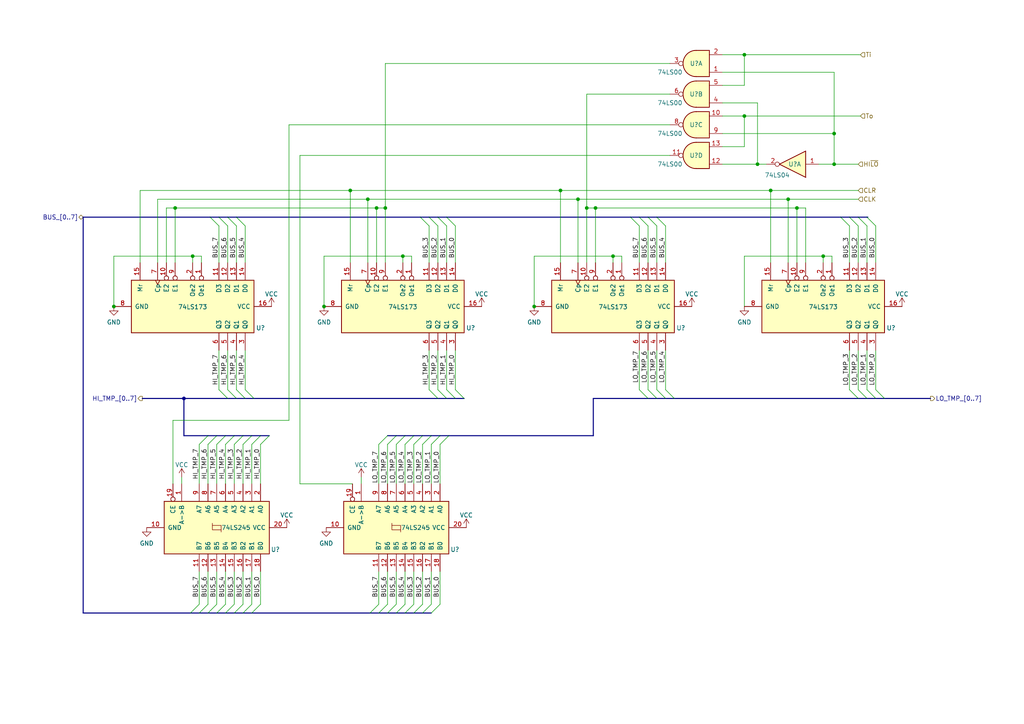
<source format=kicad_sch>
(kicad_sch (version 20211123) (generator eeschema)
  (paper "A4")
  (lib_symbols
    (symbol "74xx:74LS00" (pin_names (offset 1.016))
      (property "Reference" "U" (at 0 1.27 0))
      (property "Value" "74LS00" (at 0 -1.27 0))
      (symbol "74LS00_1_1"
        (arc (start 0 -3.81) (mid 3.81 0) (end 0 3.81) (stroke (width 0.254)) (fill (type background)))
        (polyline (pts (xy 0 3.81) (xy -3.81 3.81) (xy -3.81 -3.81) (xy 0 -3.81)) (stroke (width 0.254)) (fill (type background)))
        (pin input line (at -7.62 2.54 0) (length 3.81) (name "~") (number "1"))
        (pin input line (at -7.62 -2.54 0) (length 3.81) (name "~") (number "2"))
        (pin output inverted (at 7.62 0 180) (length 3.81) (name "~") (number "3"))
      )
      (symbol "74LS00_1_2"
        (arc (start -3.81 -3.81) (mid -2.589 0) (end -3.81 3.81) (stroke (width 0.254)))
        (arc (start -0.6096 -3.81) (mid 2.1855 -2.584) (end 3.81 0) (stroke (width 0.254)) (fill (type background)))
        (polyline (pts (xy -3.81 -3.81) (xy -0.635 -3.81)) (stroke (width 0.254)) (fill (type background)))
        (polyline (pts (xy -3.81 3.81) (xy -0.635 3.81)) (stroke (width 0.254)) (fill (type background)))
        (polyline (pts (xy -0.635 3.81) (xy -3.81 3.81) (xy -3.81 3.81) (xy -3.556 3.4036) (xy -3.0226 2.2606) (xy -2.6924 1.0414) (xy -2.6162 -0.254) (xy -2.7686 -1.4986) (xy -3.175 -2.7178) (xy -3.81 -3.81) (xy -3.81 -3.81) (xy -0.635 -3.81)) (stroke (width -25.4)) (fill (type background)))
        (arc (start 3.81 0) (mid 2.1928 2.5925) (end -0.6096 3.81) (stroke (width 0.254)) (fill (type background)))
        (pin input inverted (at -7.62 2.54 0) (length 4.318) (name "~") (number "1"))
        (pin input inverted (at -7.62 -2.54 0) (length 4.318) (name "~") (number "2"))
        (pin output line (at 7.62 0 180) (length 3.81) (name "~") (number "3"))
      )
      (symbol "74LS00_2_1"
        (arc (start 0 -3.81) (mid 3.81 0) (end 0 3.81) (stroke (width 0.254)) (fill (type background)))
        (polyline (pts (xy 0 3.81) (xy -3.81 3.81) (xy -3.81 -3.81) (xy 0 -3.81)) (stroke (width 0.254)) (fill (type background)))
        (pin input line (at -7.62 2.54 0) (length 3.81) (name "~") (number "4"))
        (pin input line (at -7.62 -2.54 0) (length 3.81) (name "~") (number "5"))
        (pin output inverted (at 7.62 0 180) (length 3.81) (name "~") (number "6"))
      )
      (symbol "74LS00_2_2"
        (arc (start -3.81 -3.81) (mid -2.589 0) (end -3.81 3.81) (stroke (width 0.254)))
        (arc (start -0.6096 -3.81) (mid 2.1855 -2.584) (end 3.81 0) (stroke (width 0.254)) (fill (type background)))
        (polyline (pts (xy -3.81 -3.81) (xy -0.635 -3.81)) (stroke (width 0.254)) (fill (type background)))
        (polyline (pts (xy -3.81 3.81) (xy -0.635 3.81)) (stroke (width 0.254)) (fill (type background)))
        (polyline (pts (xy -0.635 3.81) (xy -3.81 3.81) (xy -3.81 3.81) (xy -3.556 3.4036) (xy -3.0226 2.2606) (xy -2.6924 1.0414) (xy -2.6162 -0.254) (xy -2.7686 -1.4986) (xy -3.175 -2.7178) (xy -3.81 -3.81) (xy -3.81 -3.81) (xy -0.635 -3.81)) (stroke (width -25.4)) (fill (type background)))
        (arc (start 3.81 0) (mid 2.1928 2.5925) (end -0.6096 3.81) (stroke (width 0.254)) (fill (type background)))
        (pin input inverted (at -7.62 2.54 0) (length 4.318) (name "~") (number "4"))
        (pin input inverted (at -7.62 -2.54 0) (length 4.318) (name "~") (number "5"))
        (pin output line (at 7.62 0 180) (length 3.81) (name "~") (number "6"))
      )
      (symbol "74LS00_3_1"
        (arc (start 0 -3.81) (mid 3.81 0) (end 0 3.81) (stroke (width 0.254)) (fill (type background)))
        (polyline (pts (xy 0 3.81) (xy -3.81 3.81) (xy -3.81 -3.81) (xy 0 -3.81)) (stroke (width 0.254)) (fill (type background)))
        (pin input line (at -7.62 -2.54 0) (length 3.81) (name "~") (number "10"))
        (pin output inverted (at 7.62 0 180) (length 3.81) (name "~") (number "8"))
        (pin input line (at -7.62 2.54 0) (length 3.81) (name "~") (number "9"))
      )
      (symbol "74LS00_3_2"
        (arc (start -3.81 -3.81) (mid -2.589 0) (end -3.81 3.81) (stroke (width 0.254)))
        (arc (start -0.6096 -3.81) (mid 2.1855 -2.584) (end 3.81 0) (stroke (width 0.254)) (fill (type background)))
        (polyline (pts (xy -3.81 -3.81) (xy -0.635 -3.81)) (stroke (width 0.254)) (fill (type background)))
        (polyline (pts (xy -3.81 3.81) (xy -0.635 3.81)) (stroke (width 0.254)) (fill (type background)))
        (polyline (pts (xy -0.635 3.81) (xy -3.81 3.81) (xy -3.81 3.81) (xy -3.556 3.4036) (xy -3.0226 2.2606) (xy -2.6924 1.0414) (xy -2.6162 -0.254) (xy -2.7686 -1.4986) (xy -3.175 -2.7178) (xy -3.81 -3.81) (xy -3.81 -3.81) (xy -0.635 -3.81)) (stroke (width -25.4)) (fill (type background)))
        (arc (start 3.81 0) (mid 2.1928 2.5925) (end -0.6096 3.81) (stroke (width 0.254)) (fill (type background)))
        (pin input inverted (at -7.62 -2.54 0) (length 4.318) (name "~") (number "10"))
        (pin output line (at 7.62 0 180) (length 3.81) (name "~") (number "8"))
        (pin input inverted (at -7.62 2.54 0) (length 4.318) (name "~") (number "9"))
      )
      (symbol "74LS00_4_1"
        (arc (start 0 -3.81) (mid 3.81 0) (end 0 3.81) (stroke (width 0.254)) (fill (type background)))
        (polyline (pts (xy 0 3.81) (xy -3.81 3.81) (xy -3.81 -3.81) (xy 0 -3.81)) (stroke (width 0.254)) (fill (type background)))
        (pin output inverted (at 7.62 0 180) (length 3.81) (name "~") (number "11"))
        (pin input line (at -7.62 2.54 0) (length 3.81) (name "~") (number "12"))
        (pin input line (at -7.62 -2.54 0) (length 3.81) (name "~") (number "13"))
      )
      (symbol "74LS00_4_2"
        (arc (start -3.81 -3.81) (mid -2.589 0) (end -3.81 3.81) (stroke (width 0.254)))
        (arc (start -0.6096 -3.81) (mid 2.1855 -2.584) (end 3.81 0) (stroke (width 0.254)) (fill (type background)))
        (polyline (pts (xy -3.81 -3.81) (xy -0.635 -3.81)) (stroke (width 0.254)) (fill (type background)))
        (polyline (pts (xy -3.81 3.81) (xy -0.635 3.81)) (stroke (width 0.254)) (fill (type background)))
        (polyline (pts (xy -0.635 3.81) (xy -3.81 3.81) (xy -3.81 3.81) (xy -3.556 3.4036) (xy -3.0226 2.2606) (xy -2.6924 1.0414) (xy -2.6162 -0.254) (xy -2.7686 -1.4986) (xy -3.175 -2.7178) (xy -3.81 -3.81) (xy -3.81 -3.81) (xy -0.635 -3.81)) (stroke (width -25.4)) (fill (type background)))
        (arc (start 3.81 0) (mid 2.1928 2.5925) (end -0.6096 3.81) (stroke (width 0.254)) (fill (type background)))
        (pin output line (at 7.62 0 180) (length 3.81) (name "~") (number "11"))
        (pin input inverted (at -7.62 2.54 0) (length 4.318) (name "~") (number "12"))
        (pin input inverted (at -7.62 -2.54 0) (length 4.318) (name "~") (number "13"))
      )
      (symbol "74LS00_5_0"
        (pin power_in line (at 0 12.7 270) (length 5.08) (name "VCC") (number "14"))
        (pin power_in line (at 0 -12.7 90) (length 5.08) (name "GND") (number "7"))
      )
      (symbol "74LS00_5_1"
        (rectangle (start -5.08 7.62) (end 5.08 -7.62) (stroke (width 0.254)) (fill (type background)))
      )
    )
    (symbol "74xx:74LS04"
      (property "Reference" "U" (at 0 1.27 0))
      (property "Value" "74LS04" (at 0 -1.27 0))
      (symbol "74LS04_1_0"
        (polyline (pts (xy -3.81 3.81) (xy -3.81 -3.81) (xy 3.81 0) (xy -3.81 3.81)) (stroke (width 0.254)) (fill (type background)))
        (pin input line (at -7.62 0 0) (length 3.81) (name "~") (number "1"))
        (pin output inverted (at 7.62 0 180) (length 3.81) (name "~") (number "2"))
      )
      (symbol "74LS04_2_0"
        (polyline (pts (xy -3.81 3.81) (xy -3.81 -3.81) (xy 3.81 0) (xy -3.81 3.81)) (stroke (width 0.254)) (fill (type background)))
        (pin input line (at -7.62 0 0) (length 3.81) (name "~") (number "3"))
        (pin output inverted (at 7.62 0 180) (length 3.81) (name "~") (number "4"))
      )
      (symbol "74LS04_3_0"
        (polyline (pts (xy -3.81 3.81) (xy -3.81 -3.81) (xy 3.81 0) (xy -3.81 3.81)) (stroke (width 0.254)) (fill (type background)))
        (pin input line (at -7.62 0 0) (length 3.81) (name "~") (number "5"))
        (pin output inverted (at 7.62 0 180) (length 3.81) (name "~") (number "6"))
      )
      (symbol "74LS04_4_0"
        (polyline (pts (xy -3.81 3.81) (xy -3.81 -3.81) (xy 3.81 0) (xy -3.81 3.81)) (stroke (width 0.254)) (fill (type background)))
        (pin output inverted (at 7.62 0 180) (length 3.81) (name "~") (number "8"))
        (pin input line (at -7.62 0 0) (length 3.81) (name "~") (number "9"))
      )
      (symbol "74LS04_5_0"
        (polyline (pts (xy -3.81 3.81) (xy -3.81 -3.81) (xy 3.81 0) (xy -3.81 3.81)) (stroke (width 0.254)) (fill (type background)))
        (pin output inverted (at 7.62 0 180) (length 3.81) (name "~") (number "10"))
        (pin input line (at -7.62 0 0) (length 3.81) (name "~") (number "11"))
      )
      (symbol "74LS04_6_0"
        (polyline (pts (xy -3.81 3.81) (xy -3.81 -3.81) (xy 3.81 0) (xy -3.81 3.81)) (stroke (width 0.254)) (fill (type background)))
        (pin output inverted (at 7.62 0 180) (length 3.81) (name "~") (number "12"))
        (pin input line (at -7.62 0 0) (length 3.81) (name "~") (number "13"))
      )
      (symbol "74LS04_7_0"
        (pin power_in line (at 0 12.7 270) (length 5.08) (name "VCC") (number "14"))
        (pin power_in line (at 0 -12.7 90) (length 5.08) (name "GND") (number "7"))
      )
      (symbol "74LS04_7_1"
        (rectangle (start -5.08 7.62) (end 5.08 -7.62) (stroke (width 0.254)) (fill (type background)))
      )
    )
    (symbol "74xx:74LS173" (pin_names (offset 1.016))
      (property "Reference" "U" (at -7.62 19.05 0))
      (property "Value" "74LS173" (at -7.62 -19.05 0))
      (symbol "74LS173_1_0"
        (pin input inverted (at -12.7 2.54 0) (length 5.08) (name "Oe1") (number "1"))
        (pin input inverted (at -12.7 -7.62 0) (length 5.08) (name "E2") (number "10"))
        (pin input line (at -12.7 7.62 0) (length 5.08) (name "D3") (number "11"))
        (pin input line (at -12.7 10.16 0) (length 5.08) (name "D2") (number "12"))
        (pin input line (at -12.7 12.7 0) (length 5.08) (name "D1") (number "13"))
        (pin input line (at -12.7 15.24 0) (length 5.08) (name "D0") (number "14"))
        (pin input line (at -12.7 -15.24 0) (length 5.08) (name "Mr") (number "15"))
        (pin power_in line (at 0 22.86 270) (length 5.08) (name "VCC") (number "16"))
        (pin input inverted (at -12.7 0 0) (length 5.08) (name "Oe2") (number "2"))
        (pin tri_state line (at 12.7 15.24 180) (length 5.08) (name "Q0") (number "3"))
        (pin tri_state line (at 12.7 12.7 180) (length 5.08) (name "Q1") (number "4"))
        (pin tri_state line (at 12.7 10.16 180) (length 5.08) (name "Q2") (number "5"))
        (pin tri_state line (at 12.7 7.62 180) (length 5.08) (name "Q3") (number "6"))
        (pin input clock (at -12.7 -10.16 0) (length 5.08) (name "Cp") (number "7"))
        (pin power_in line (at 0 -22.86 90) (length 5.08) (name "GND") (number "8"))
        (pin input inverted (at -12.7 -5.08 0) (length 5.08) (name "E1") (number "9"))
      )
      (symbol "74LS173_1_1"
        (rectangle (start -7.62 17.78) (end 7.62 -17.78) (stroke (width 0.254)) (fill (type background)))
      )
    )
    (symbol "74xx:74LS245" (pin_names (offset 1.016))
      (property "Reference" "U" (at -7.62 16.51 0))
      (property "Value" "74LS245" (at -7.62 -16.51 0))
      (symbol "74LS245_1_0"
        (polyline (pts (xy -0.635 -1.27) (xy -0.635 1.27) (xy 0.635 1.27)))
        (polyline (pts (xy -1.27 -1.27) (xy 0.635 -1.27) (xy 0.635 1.27) (xy 1.27 1.27)))
        (pin input line (at -12.7 -10.16 0) (length 5.08) (name "A->B") (number "1"))
        (pin power_in line (at 0 -20.32 90) (length 5.08) (name "GND") (number "10"))
        (pin tri_state line (at 12.7 -5.08 180) (length 5.08) (name "B7") (number "11"))
        (pin tri_state line (at 12.7 -2.54 180) (length 5.08) (name "B6") (number "12"))
        (pin tri_state line (at 12.7 0 180) (length 5.08) (name "B5") (number "13"))
        (pin tri_state line (at 12.7 2.54 180) (length 5.08) (name "B4") (number "14"))
        (pin tri_state line (at 12.7 5.08 180) (length 5.08) (name "B3") (number "15"))
        (pin tri_state line (at 12.7 7.62 180) (length 5.08) (name "B2") (number "16"))
        (pin tri_state line (at 12.7 10.16 180) (length 5.08) (name "B1") (number "17"))
        (pin tri_state line (at 12.7 12.7 180) (length 5.08) (name "B0") (number "18"))
        (pin input inverted (at -12.7 -12.7 0) (length 5.08) (name "CE") (number "19"))
        (pin tri_state line (at -12.7 12.7 0) (length 5.08) (name "A0") (number "2"))
        (pin power_in line (at 0 20.32 270) (length 5.08) (name "VCC") (number "20"))
        (pin tri_state line (at -12.7 10.16 0) (length 5.08) (name "A1") (number "3"))
        (pin tri_state line (at -12.7 7.62 0) (length 5.08) (name "A2") (number "4"))
        (pin tri_state line (at -12.7 5.08 0) (length 5.08) (name "A3") (number "5"))
        (pin tri_state line (at -12.7 2.54 0) (length 5.08) (name "A4") (number "6"))
        (pin tri_state line (at -12.7 0 0) (length 5.08) (name "A5") (number "7"))
        (pin tri_state line (at -12.7 -2.54 0) (length 5.08) (name "A6") (number "8"))
        (pin tri_state line (at -12.7 -5.08 0) (length 5.08) (name "A7") (number "9"))
      )
      (symbol "74LS245_1_1"
        (rectangle (start -7.62 15.24) (end 7.62 -15.24) (stroke (width 0.254)) (fill (type background)))
      )
    )
    (symbol "power:GND" (power) (pin_names (offset 0))
      (property "Value" "GND" (at 0 -3.81 0))
      (symbol "GND_0_1"
        (polyline (pts (xy 0 0) (xy 0 -1.27) (xy 1.27 -1.27) (xy 0 -2.54) (xy -1.27 -1.27) (xy 0 -1.27)))
      )
      (symbol "GND_1_1"
        (pin power_in line (at 0 0 270) (length 0) hide (name "GND") (number "1"))
      )
    )
    (symbol "power:VCC" (power) (pin_names (offset 0))
      (property "Value" "VCC" (at 0 3.81 0))
      (symbol "VCC_0_1"
        (polyline (pts (xy -0.762 1.27) (xy 0 2.54)))
        (polyline (pts (xy 0 0) (xy 0 2.54)))
        (polyline (pts (xy 0 2.54) (xy 0.762 1.27)))
      )
      (symbol "VCC_1_1"
        (pin power_in line (at 0 0 90) (length 0) hide (name "VCC") (number "1"))
      )
    )
  )
  (junction (at 101.6 55.245))
  (junction (at 33.02 88.9))
  (junction (at 167.64 57.785))
  (junction (at 116.84 74.295))
  (junction (at 172.72 60.325))
  (junction (at 219.71 47.625))
  (junction (at 170.18 60.325))
  (junction (at 50.8 60.325))
  (junction (at 106.68 57.785))
  (junction (at 177.8 74.295))
  (junction (at 241.935 38.735))
  (junction (at 162.56 55.245))
  (junction (at 238.76 74.295))
  (junction (at 109.22 60.325))
  (junction (at 53.34 115.57))
  (junction (at 215.9 33.655))
  (junction (at 55.88 74.295))
  (junction (at 231.14 60.325))
  (junction (at 154.94 88.9))
  (junction (at 111.76 60.325))
  (junction (at 241.935 47.625))
  (junction (at 93.98 88.9))
  (junction (at 215.9 15.875))
  (junction (at 228.6 57.785))
  (junction (at 223.52 55.245))
  (bus_entry (at 125.095 177.8) (size 2.54 -2.54))
  (bus_entry (at 107.315 177.8) (size 2.54 -2.54))
  (bus_entry (at 73.025 126.365) (size -2.54 2.54))
  (bus_entry (at 182.88 62.992) (size 2.54 2.54))
  (bus_entry (at 187.96 62.992) (size 2.54 2.54))
  (bus_entry (at 121.92 62.992) (size 2.54 2.54))
  (bus_entry (at 190.5 115.57) (size -2.54 -2.54))
  (bus_entry (at 190.5 62.992) (size 2.54 2.54))
  (bus_entry (at 65.405 126.365) (size -2.54 2.54))
  (bus_entry (at 124.46 62.992) (size 2.54 2.54))
  (bus_entry (at 129.54 62.992) (size 2.54 2.54))
  (bus_entry (at 70.485 126.365) (size -2.54 2.54))
  (bus_entry (at 112.395 126.365) (size -2.54 2.54))
  (bus_entry (at 251.46 115.57) (size -2.54 -2.54))
  (bus_entry (at 132.08 115.57) (size -2.54 -2.54))
  (bus_entry (at 117.475 126.365) (size -2.54 2.54))
  (bus_entry (at 66.04 115.57) (size -2.54 -2.54))
  (bus_entry (at 122.555 177.8) (size 2.54 -2.54))
  (bus_entry (at 67.945 177.8) (size 2.54 -2.54))
  (bus_entry (at 65.405 177.8) (size 2.54 -2.54))
  (bus_entry (at 78.105 126.365) (size -2.54 2.54))
  (bus_entry (at 60.325 126.365) (size -2.54 2.54))
  (bus_entry (at 114.935 177.8) (size 2.54 -2.54))
  (bus_entry (at 195.58 115.57) (size -2.54 -2.54))
  (bus_entry (at 109.855 177.8) (size 2.54 -2.54))
  (bus_entry (at 55.245 177.8) (size 2.54 -2.54))
  (bus_entry (at 70.485 177.8) (size 2.54 -2.54))
  (bus_entry (at 185.42 62.992) (size 2.54 2.54))
  (bus_entry (at 129.54 115.57) (size -2.54 -2.54))
  (bus_entry (at 246.38 62.992) (size 2.54 2.54))
  (bus_entry (at 122.555 126.365) (size -2.54 2.54))
  (bus_entry (at 254 115.57) (size -2.54 -2.54))
  (bus_entry (at 57.785 177.8) (size 2.54 -2.54))
  (bus_entry (at 62.865 177.8) (size 2.54 -2.54))
  (bus_entry (at 130.175 126.365) (size -2.54 2.54))
  (bus_entry (at 256.54 115.57) (size -2.54 -2.54))
  (bus_entry (at 134.62 115.57) (size -2.54 -2.54))
  (bus_entry (at 248.92 62.992) (size 2.54 2.54))
  (bus_entry (at 62.865 126.365) (size -2.54 2.54))
  (bus_entry (at 73.025 177.8) (size 2.54 -2.54))
  (bus_entry (at 67.945 126.365) (size -2.54 2.54))
  (bus_entry (at 127 115.57) (size -2.54 -2.54))
  (bus_entry (at 117.475 177.8) (size 2.54 -2.54))
  (bus_entry (at 248.92 115.57) (size -2.54 -2.54))
  (bus_entry (at 63.5 62.992) (size 2.54 2.54))
  (bus_entry (at 127 62.992) (size 2.54 2.54))
  (bus_entry (at 187.96 115.57) (size -2.54 -2.54))
  (bus_entry (at 251.46 62.992) (size 2.54 2.54))
  (bus_entry (at 68.58 115.57) (size -2.54 -2.54))
  (bus_entry (at 60.96 62.992) (size 2.54 2.54))
  (bus_entry (at 127.635 126.365) (size -2.54 2.54))
  (bus_entry (at 120.015 126.365) (size -2.54 2.54))
  (bus_entry (at 73.66 115.57) (size -2.54 -2.54))
  (bus_entry (at 193.04 115.57) (size -2.54 -2.54))
  (bus_entry (at 66.04 62.992) (size 2.54 2.54))
  (bus_entry (at 68.58 62.992) (size 2.54 2.54))
  (bus_entry (at 60.325 177.8) (size 2.54 -2.54))
  (bus_entry (at 71.12 115.57) (size -2.54 -2.54))
  (bus_entry (at 75.565 126.365) (size -2.54 2.54))
  (bus_entry (at 243.84 62.992) (size 2.54 2.54))
  (bus_entry (at 125.095 126.365) (size -2.54 2.54))
  (bus_entry (at 120.015 177.8) (size 2.54 -2.54))
  (bus_entry (at 114.935 126.365) (size -2.54 2.54))
  (bus_entry (at 112.395 177.8) (size 2.54 -2.54))
  (bus (pts (xy 60.325 126.365) (xy 62.865 126.365)))
  (wire (pts (xy 215.9 15.875) (xy 249.555 15.875)))
  (bus (pts (xy 256.54 115.57) (xy 269.875 115.57)))
  (wire (pts (xy 66.04 101.6) (xy 66.04 113.03)))
  (bus (pts (xy 243.84 62.992) (xy 246.38 62.992)))
  (bus (pts (xy 75.565 126.365) (xy 78.105 126.365)))
  (wire (pts (xy 111.76 60.325) (xy 111.76 18.415)))
  (bus (pts (xy 41.275 115.57) (xy 53.34 115.57)))
  (bus (pts (xy 127 115.57) (xy 73.66 115.57)))
  (bus (pts (xy 65.405 126.365) (xy 67.945 126.365)))
  (wire (pts (xy 60.325 140.335) (xy 60.325 128.905)))
  (wire (pts (xy 233.68 60.325) (xy 231.14 60.325)))
  (wire (pts (xy 251.46 65.532) (xy 251.46 76.2)))
  (wire (pts (xy 57.785 165.735) (xy 57.785 175.26)))
  (bus (pts (xy 24.13 177.8) (xy 24.13 62.992)))
  (wire (pts (xy 50.8 60.325) (xy 48.26 60.325)))
  (wire (pts (xy 180.34 74.295) (xy 177.8 74.295)))
  (wire (pts (xy 194.31 36.195) (xy 83.82 36.195)))
  (wire (pts (xy 119.38 74.295) (xy 116.84 74.295)))
  (bus (pts (xy 67.945 126.365) (xy 70.485 126.365)))
  (wire (pts (xy 187.96 101.6) (xy 187.96 113.03)))
  (wire (pts (xy 172.72 60.325) (xy 172.72 76.2)))
  (wire (pts (xy 170.18 27.305) (xy 170.18 60.325)))
  (wire (pts (xy 241.935 38.735) (xy 241.935 20.955)))
  (wire (pts (xy 215.9 42.545) (xy 209.55 42.545)))
  (wire (pts (xy 101.6 55.245) (xy 40.64 55.245)))
  (wire (pts (xy 60.325 165.735) (xy 60.325 175.26)))
  (wire (pts (xy 194.31 27.305) (xy 170.18 27.305)))
  (wire (pts (xy 101.6 55.245) (xy 101.6 76.2)))
  (bus (pts (xy 67.945 177.8) (xy 65.405 177.8)))
  (bus (pts (xy 190.5 62.992) (xy 243.84 62.992)))
  (bus (pts (xy 68.58 62.992) (xy 121.92 62.992)))
  (wire (pts (xy 170.18 76.2) (xy 170.18 60.325)))
  (wire (pts (xy 112.395 140.335) (xy 112.395 128.905)))
  (wire (pts (xy 238.76 76.2) (xy 238.76 74.295)))
  (wire (pts (xy 219.71 47.625) (xy 222.25 47.625)))
  (wire (pts (xy 162.56 55.245) (xy 101.6 55.245)))
  (wire (pts (xy 248.92 55.245) (xy 223.52 55.245)))
  (wire (pts (xy 114.935 165.735) (xy 114.935 175.26)))
  (bus (pts (xy 251.46 62.992) (xy 251.714 62.992)))
  (wire (pts (xy 215.9 24.765) (xy 215.9 15.875)))
  (wire (pts (xy 109.22 60.325) (xy 109.22 76.2)))
  (bus (pts (xy 122.555 126.365) (xy 125.095 126.365)))
  (bus (pts (xy 254 115.57) (xy 256.54 115.57)))
  (wire (pts (xy 154.94 74.295) (xy 154.94 88.9)))
  (wire (pts (xy 122.555 165.735) (xy 122.555 175.26)))
  (bus (pts (xy 70.485 126.365) (xy 73.025 126.365)))
  (wire (pts (xy 129.54 65.532) (xy 129.54 76.2)))
  (bus (pts (xy 129.54 115.57) (xy 127 115.57)))
  (wire (pts (xy 120.015 140.335) (xy 120.015 128.905)))
  (wire (pts (xy 70.485 165.735) (xy 70.485 175.26)))
  (bus (pts (xy 24.13 177.8) (xy 55.245 177.8)))
  (wire (pts (xy 251.46 101.6) (xy 251.46 113.03)))
  (bus (pts (xy 53.34 115.57) (xy 53.34 126.365)))
  (wire (pts (xy 193.04 65.532) (xy 193.04 76.2)))
  (wire (pts (xy 241.3 74.295) (xy 238.76 74.295)))
  (wire (pts (xy 127 65.532) (xy 127 76.2)))
  (wire (pts (xy 241.935 47.625) (xy 248.92 47.625)))
  (wire (pts (xy 185.42 101.6) (xy 185.42 113.03)))
  (wire (pts (xy 57.785 140.335) (xy 57.785 128.905)))
  (bus (pts (xy 60.96 62.992) (xy 63.5 62.992)))
  (bus (pts (xy 130.175 126.365) (xy 172.085 126.365)))
  (wire (pts (xy 109.22 60.325) (xy 50.8 60.325)))
  (wire (pts (xy 117.475 140.335) (xy 117.475 128.905)))
  (bus (pts (xy 251.46 115.57) (xy 254 115.57)))
  (bus (pts (xy 122.555 177.8) (xy 120.015 177.8)))
  (bus (pts (xy 125.095 177.8) (xy 122.555 177.8)))
  (bus (pts (xy 248.92 62.992) (xy 251.46 62.992)))
  (wire (pts (xy 132.08 101.6) (xy 132.08 113.03)))
  (wire (pts (xy 228.6 57.785) (xy 167.64 57.785)))
  (wire (pts (xy 246.38 65.532) (xy 246.38 76.2)))
  (wire (pts (xy 58.42 74.295) (xy 55.88 74.295)))
  (wire (pts (xy 254 65.532) (xy 254 76.2)))
  (wire (pts (xy 241.935 20.955) (xy 209.55 20.955)))
  (bus (pts (xy 172.085 115.57) (xy 187.96 115.57)))
  (bus (pts (xy 73.025 177.8) (xy 107.315 177.8)))
  (wire (pts (xy 93.98 74.295) (xy 93.98 88.9)))
  (wire (pts (xy 127 101.6) (xy 127 113.03)))
  (wire (pts (xy 241.3 76.2) (xy 241.3 74.295)))
  (wire (pts (xy 194.31 45.085) (xy 86.995 45.085)))
  (wire (pts (xy 48.26 60.325) (xy 48.26 76.2)))
  (wire (pts (xy 124.46 101.6) (xy 124.46 113.03)))
  (wire (pts (xy 241.935 47.625) (xy 241.935 38.735)))
  (wire (pts (xy 170.18 60.325) (xy 172.72 60.325)))
  (bus (pts (xy 124.46 62.992) (xy 127 62.992)))
  (wire (pts (xy 63.5 101.6) (xy 63.5 113.03)))
  (bus (pts (xy 117.475 177.8) (xy 114.935 177.8)))
  (bus (pts (xy 172.085 126.365) (xy 172.085 115.57)))
  (wire (pts (xy 50.165 121.92) (xy 50.165 140.335)))
  (wire (pts (xy 58.42 76.2) (xy 58.42 74.295)))
  (bus (pts (xy 127 62.992) (xy 129.54 62.992)))
  (bus (pts (xy 68.58 115.57) (xy 66.04 115.57)))
  (wire (pts (xy 73.025 140.335) (xy 73.025 128.905)))
  (wire (pts (xy 228.6 57.785) (xy 248.92 57.785)))
  (wire (pts (xy 83.82 121.92) (xy 50.165 121.92)))
  (wire (pts (xy 132.08 65.532) (xy 132.08 76.2)))
  (wire (pts (xy 33.02 74.295) (xy 33.02 88.9)))
  (wire (pts (xy 68.58 65.532) (xy 68.58 76.2)))
  (wire (pts (xy 116.84 76.2) (xy 116.84 74.295)))
  (bus (pts (xy 117.475 126.365) (xy 120.015 126.365)))
  (wire (pts (xy 109.855 165.735) (xy 109.855 175.26)))
  (wire (pts (xy 40.64 55.245) (xy 40.64 76.2)))
  (bus (pts (xy 66.04 62.992) (xy 68.58 62.992)))
  (bus (pts (xy 24.13 62.992) (xy 60.96 62.992)))
  (wire (pts (xy 231.14 60.325) (xy 231.14 76.2)))
  (wire (pts (xy 52.705 138.43) (xy 52.705 140.335)))
  (wire (pts (xy 66.04 65.532) (xy 66.04 76.2)))
  (bus (pts (xy 73.025 126.365) (xy 75.565 126.365)))
  (wire (pts (xy 190.5 65.532) (xy 190.5 76.2)))
  (bus (pts (xy 70.485 177.8) (xy 67.945 177.8)))
  (bus (pts (xy 57.785 177.8) (xy 55.245 177.8)))
  (wire (pts (xy 104.775 138.43) (xy 104.775 140.335)))
  (wire (pts (xy 67.945 140.335) (xy 67.945 128.905)))
  (wire (pts (xy 65.405 165.735) (xy 65.405 175.26)))
  (bus (pts (xy 120.015 177.8) (xy 117.475 177.8)))
  (wire (pts (xy 223.52 55.245) (xy 223.52 76.2)))
  (wire (pts (xy 116.84 74.295) (xy 93.98 74.295)))
  (wire (pts (xy 67.945 165.735) (xy 67.945 175.26)))
  (bus (pts (xy 73.025 177.8) (xy 70.485 177.8)))
  (wire (pts (xy 71.12 65.532) (xy 71.12 76.2)))
  (wire (pts (xy 127.635 165.735) (xy 127.635 175.26)))
  (wire (pts (xy 73.025 165.735) (xy 73.025 175.26)))
  (wire (pts (xy 68.58 101.6) (xy 68.58 113.03)))
  (bus (pts (xy 71.12 115.57) (xy 68.58 115.57)))
  (wire (pts (xy 219.71 47.625) (xy 219.71 29.845)))
  (wire (pts (xy 127.635 140.335) (xy 127.635 128.905)))
  (wire (pts (xy 45.72 57.785) (xy 45.72 76.2)))
  (wire (pts (xy 248.92 65.532) (xy 248.92 76.2)))
  (bus (pts (xy 248.92 115.57) (xy 251.46 115.57)))
  (bus (pts (xy 185.42 62.992) (xy 187.96 62.992)))
  (wire (pts (xy 238.76 74.295) (xy 215.9 74.295)))
  (wire (pts (xy 209.55 33.655) (xy 215.9 33.655)))
  (wire (pts (xy 86.995 140.335) (xy 102.235 140.335)))
  (wire (pts (xy 237.49 47.625) (xy 241.935 47.625)))
  (wire (pts (xy 120.015 165.735) (xy 120.015 175.26)))
  (wire (pts (xy 248.92 101.6) (xy 248.92 113.03)))
  (wire (pts (xy 71.12 101.6) (xy 71.12 113.03)))
  (wire (pts (xy 241.935 38.735) (xy 209.55 38.735)))
  (wire (pts (xy 65.405 140.335) (xy 65.405 128.905)))
  (wire (pts (xy 125.095 165.735) (xy 125.095 175.26)))
  (wire (pts (xy 215.9 74.295) (xy 215.9 88.9)))
  (bus (pts (xy 109.855 177.8) (xy 107.315 177.8)))
  (wire (pts (xy 254 101.6) (xy 254 113.03)))
  (bus (pts (xy 112.395 177.8) (xy 109.855 177.8)))
  (wire (pts (xy 55.88 76.2) (xy 55.88 74.295)))
  (wire (pts (xy 75.565 165.735) (xy 75.565 175.26)))
  (bus (pts (xy 132.08 115.57) (xy 129.54 115.57)))
  (wire (pts (xy 112.395 165.735) (xy 112.395 175.26)))
  (wire (pts (xy 129.54 101.6) (xy 129.54 113.03)))
  (wire (pts (xy 62.865 165.735) (xy 62.865 175.26)))
  (bus (pts (xy 125.095 126.365) (xy 127.635 126.365)))
  (bus (pts (xy 134.62 115.57) (xy 132.08 115.57)))
  (bus (pts (xy 114.935 177.8) (xy 112.395 177.8)))
  (wire (pts (xy 193.04 101.6) (xy 193.04 113.03)))
  (wire (pts (xy 55.88 74.295) (xy 33.02 74.295)))
  (wire (pts (xy 106.68 57.785) (xy 106.68 76.2)))
  (wire (pts (xy 111.76 18.415) (xy 194.31 18.415)))
  (wire (pts (xy 167.64 57.785) (xy 167.64 76.2)))
  (wire (pts (xy 75.565 140.335) (xy 75.565 128.905)))
  (wire (pts (xy 219.71 29.845) (xy 209.55 29.845)))
  (wire (pts (xy 190.5 101.6) (xy 190.5 113.03)))
  (bus (pts (xy 65.405 177.8) (xy 62.865 177.8)))
  (bus (pts (xy 112.395 126.365) (xy 114.935 126.365)))
  (wire (pts (xy 231.14 60.325) (xy 172.72 60.325)))
  (wire (pts (xy 50.8 60.325) (xy 50.8 76.2)))
  (bus (pts (xy 63.5 62.992) (xy 66.04 62.992)))
  (wire (pts (xy 62.865 140.335) (xy 62.865 128.905)))
  (wire (pts (xy 162.56 55.245) (xy 162.56 76.2)))
  (bus (pts (xy 127.635 126.365) (xy 130.175 126.365)))
  (bus (pts (xy 246.38 62.992) (xy 248.92 62.992)))
  (wire (pts (xy 124.46 65.532) (xy 124.46 76.2)))
  (bus (pts (xy 187.96 62.992) (xy 190.5 62.992)))
  (wire (pts (xy 122.555 140.335) (xy 122.555 128.905)))
  (wire (pts (xy 233.68 76.2) (xy 233.68 60.325)))
  (bus (pts (xy 195.58 115.57) (xy 248.92 115.57)))
  (bus (pts (xy 62.865 177.8) (xy 60.325 177.8)))
  (wire (pts (xy 215.9 33.655) (xy 249.555 33.655)))
  (wire (pts (xy 114.935 140.335) (xy 114.935 128.905)))
  (wire (pts (xy 180.34 76.2) (xy 180.34 74.295)))
  (bus (pts (xy 190.5 115.57) (xy 193.04 115.57)))
  (bus (pts (xy 182.88 62.992) (xy 185.42 62.992)))
  (wire (pts (xy 209.55 24.765) (xy 215.9 24.765)))
  (wire (pts (xy 63.5 65.532) (xy 63.5 76.2)))
  (wire (pts (xy 187.96 65.532) (xy 187.96 76.2)))
  (bus (pts (xy 120.015 126.365) (xy 122.555 126.365)))
  (wire (pts (xy 209.55 47.625) (xy 219.71 47.625)))
  (wire (pts (xy 119.38 76.2) (xy 119.38 74.295)))
  (wire (pts (xy 83.82 36.195) (xy 83.82 121.92)))
  (wire (pts (xy 111.76 76.2) (xy 111.76 60.325)))
  (bus (pts (xy 129.54 62.992) (xy 182.88 62.992)))
  (wire (pts (xy 86.995 45.085) (xy 86.995 140.335)))
  (wire (pts (xy 70.485 140.335) (xy 70.485 128.905)))
  (bus (pts (xy 187.96 115.57) (xy 190.5 115.57)))
  (bus (pts (xy 193.04 115.57) (xy 195.58 115.57)))
  (wire (pts (xy 106.68 57.785) (xy 45.72 57.785)))
  (bus (pts (xy 73.66 115.57) (xy 71.12 115.57)))
  (wire (pts (xy 111.76 60.325) (xy 109.22 60.325)))
  (wire (pts (xy 109.855 140.335) (xy 109.855 128.905)))
  (bus (pts (xy 62.865 126.365) (xy 65.405 126.365)))
  (wire (pts (xy 223.52 55.245) (xy 162.56 55.245)))
  (wire (pts (xy 246.38 101.6) (xy 246.38 113.03)))
  (wire (pts (xy 215.9 33.655) (xy 215.9 42.545)))
  (wire (pts (xy 228.6 76.2) (xy 228.6 57.785)))
  (bus (pts (xy 121.92 62.992) (xy 124.46 62.992)))
  (wire (pts (xy 167.64 57.785) (xy 106.68 57.785)))
  (bus (pts (xy 66.04 115.57) (xy 53.34 115.57)))
  (wire (pts (xy 177.8 74.295) (xy 154.94 74.295)))
  (bus (pts (xy 60.325 177.8) (xy 57.785 177.8)))
  (wire (pts (xy 185.42 65.532) (xy 185.42 76.2)))
  (wire (pts (xy 209.55 15.875) (xy 215.9 15.875)))
  (wire (pts (xy 177.8 76.2) (xy 177.8 74.295)))
  (bus (pts (xy 53.34 126.365) (xy 60.325 126.365)))
  (wire (pts (xy 125.095 140.335) (xy 125.095 128.905)))
  (bus (pts (xy 114.935 126.365) (xy 117.475 126.365)))
  (wire (pts (xy 117.475 165.735) (xy 117.475 175.26)))
  (label "HI_TMP_2" (at 70.485 139.065 90))
  (label "BUS_0" (at 127.635 167.132 270))
  (label "BUS_0" (at 132.08 74.93 90))
  (label "BUS_7" (at 63.5 74.93 90))
  (label "BUS_6" (at 112.395 167.132 270))
  (label "LO_TMP_7" (at 185.42 111.125 90))
  (label "HI_TMP_7" (at 63.5 111.76 90))
  (label "LO_TMP_3" (at 246.38 111.887 90))
  (label "BUS_1" (at 73.025 167.132 270))
  (label "LO_TMP_1" (at 251.46 111.887 90))
  (label "LO_TMP_3" (at 120.015 130.81 270))
  (label "HI_TMP_6" (at 60.325 139.065 90))
  (label "BUS_3" (at 120.015 167.132 270))
  (label "BUS_3" (at 67.945 167.132 270))
  (label "BUS_4" (at 65.405 167.132 270))
  (label "BUS_6" (at 66.04 74.93 90))
  (label "HI_TMP_3" (at 67.945 139.065 90))
  (label "BUS_1" (at 125.095 167.132 270))
  (label "HI_TMP_5" (at 62.865 139.065 90))
  (label "BUS_4" (at 193.04 74.93 90))
  (label "LO_TMP_2" (at 122.555 130.81 270))
  (label "BUS_5" (at 190.5 74.93 90))
  (label "BUS_6" (at 60.325 167.132 270))
  (label "BUS_5" (at 68.58 74.93 90))
  (label "BUS_7" (at 185.42 74.93 90))
  (label "BUS_4" (at 117.475 167.132 270))
  (label "LO_TMP_5" (at 190.5 111.125 90))
  (label "BUS_0" (at 75.565 167.132 270))
  (label "LO_TMP_1" (at 125.095 130.81 270))
  (label "BUS_2" (at 127 74.93 90))
  (label "BUS_5" (at 62.865 167.132 270))
  (label "BUS_5" (at 114.935 167.132 270))
  (label "BUS_1" (at 129.54 74.93 90))
  (label "HI_TMP_2" (at 127 111.76 90))
  (label "HI_TMP_4" (at 71.12 111.76 90))
  (label "BUS_0" (at 254 74.93 90))
  (label "BUS_6" (at 187.96 74.93 90))
  (label "LO_TMP_6" (at 187.96 111.125 90))
  (label "BUS_1" (at 251.46 74.93 90))
  (label "HI_TMP_5" (at 68.58 111.76 90))
  (label "BUS_2" (at 248.92 74.93 90))
  (label "BUS_3" (at 246.38 74.93 90))
  (label "BUS_4" (at 71.12 74.93 90))
  (label "HI_TMP_3" (at 124.46 111.76 90))
  (label "LO_TMP_2" (at 248.92 111.887 90))
  (label "LO_TMP_4" (at 117.475 130.81 270))
  (label "HI_TMP_4" (at 65.405 139.065 90))
  (label "HI_TMP_1" (at 129.54 111.76 90))
  (label "BUS_2" (at 122.555 167.132 270))
  (label "BUS_7" (at 109.855 167.132 270))
  (label "BUS_2" (at 70.485 167.132 270))
  (label "HI_TMP_6" (at 66.04 111.76 90))
  (label "HI_TMP_0" (at 132.08 111.76 90))
  (label "HI_TMP_0" (at 75.565 139.065 90))
  (label "LO_TMP_0" (at 254 111.887 90))
  (label "LO_TMP_0" (at 127.635 130.81 270))
  (label "HI_TMP_1" (at 73.025 139.065 90))
  (label "LO_TMP_5" (at 114.935 130.81 270))
  (label "LO_TMP_6" (at 112.395 130.81 270))
  (label "LO_TMP_7" (at 109.855 130.81 270))
  (label "BUS_7" (at 57.785 167.132 270))
  (label "BUS_3" (at 124.46 74.93 90))
  (label "LO_TMP_4" (at 193.04 111.125 90))
  (label "HI_TMP_7" (at 57.785 139.065 90))
  (hierarchical_label "CLK" (shape input) (at 248.92 57.785 0))
  (hierarchical_label "LO_TMP_[0..7]" (shape output) (at 269.875 115.57 0))
  (hierarchical_label "CLR" (shape input) (at 248.92 55.245 0))
  (hierarchical_label "HI~{LO}" (shape input) (at 248.92 47.625 0))
  (hierarchical_label "HI_TMP_[0..7]" (shape output) (at 41.275 115.57 180))
  (hierarchical_label "Ti" (shape input) (at 249.555 15.875 0))
  (hierarchical_label "To" (shape input) (at 249.555 33.655 0))
  (hierarchical_label "BUS_[0..7]" (shape bidirectional) (at 24.13 62.992 180))
  (symbol (lib_id "74xx:74LS00") (at 201.93 27.305 180) (unit 2)
    (property "Reference" "U?" (at 201.93 27.305 0))
    (property "Value" "74LS00" (at 194.31 29.845 0))
    (property "Datasheet" "http://www.ti.com/lit/gpn/sn74ls00" (effects hide))
  )
  (symbol (lib_id "power:GND") (at 154.94 88.9 0) (unit 1)
    (property "Reference" "#PWR?" (effects hide))
    (property "Value" "GND" (at 154.94 93.4625 0))
  )
  (symbol (lib_id "power:VCC") (at 261.62 88.9 0) (unit 1)
    (property "Reference" "#PWR?" (effects hide))
    (property "Value" "VCC" (at 261.62 85.2955 0))
  )
  (symbol (lib_id "power:GND") (at 215.9 88.9 0) (unit 1)
    (property "Reference" "#PWR?" (effects hide))
    (property "Value" "GND" (at 215.9 93.4625 0))
  )
  (symbol (lib_id "power:VCC") (at 135.255 153.035 0) (unit 1)
    (property "Reference" "#PWR?" (effects hide))
    (property "Value" "VCC" (at 135.255 149.4305 0))
  )
  (symbol (lib_id "74xx:74LS00") (at 201.93 18.415 180) (unit 1)
    (property "Reference" "U?" (at 201.93 18.415 0))
    (property "Value" "74LS00" (at 194.31 20.955 0))
    (property "Datasheet" "http://www.ti.com/lit/gpn/sn74ls00" (effects hide))
  )
  (symbol (lib_id "power:VCC") (at 78.74 88.9 0) (unit 1)
    (property "Reference" "#PWR?" (effects hide))
    (property "Value" "VCC" (at 78.74 85.2955 0))
  )
  (symbol (lib_id "power:VCC") (at 139.7 88.9 0) (unit 1)
    (property "Reference" "#PWR?" (effects hide))
    (property "Value" "VCC" (at 139.7 85.2955 0))
  )
  (symbol (lib_id "power:GND") (at 33.02 88.9 0) (unit 1)
    (property "Reference" "#PWR?" (effects hide))
    (property "Value" "GND" (at 33.02 93.4625 0))
  )
  (symbol (lib_id "74xx:74LS173") (at 238.76 88.9 270) (unit 1)
    (property "Reference" "U?" (at 258.445 95.123 90))
    (property "Value" "74LS173" (at 238.76 89.027 90))
    (property "Datasheet" "http://www.ti.com/lit/gpn/sn74LS173" (effects hide))
  )
  (symbol (lib_id "74xx:74LS04") (at 229.87 47.625 180) (unit 1)
    (property "Reference" "U?" (at 230.505 47.625 0))
    (property "Value" "74LS04" (at 225.425 50.8 0))
    (property "Datasheet" "http://www.ti.com/lit/gpn/sn74LS04" (effects hide))
  )
  (symbol (lib_id "74xx:74LS00") (at 201.93 45.085 180) (unit 4)
    (property "Reference" "U?" (at 201.93 45.085 0))
    (property "Value" "74LS00" (at 194.31 47.625 0))
    (property "Datasheet" "http://www.ti.com/lit/gpn/sn74ls00" (effects hide))
  )
  (symbol (lib_id "74xx:74LS245") (at 114.935 153.035 270) (unit 1)
    (property "Reference" "U?" (at 131.953 159.385 90))
    (property "Value" "74LS245" (at 120.523 153.035 90))
    (property "Datasheet" "http://www.ti.com/lit/gpn/sn74LS245" (effects hide))
  )
  (symbol (lib_id "74xx:74LS00") (at 201.93 36.195 180) (unit 3)
    (property "Reference" "U?" (at 201.93 36.195 0))
    (property "Value" "74LS00" (at 194.31 38.735 0))
    (property "Datasheet" "http://www.ti.com/lit/gpn/sn74ls00" (effects hide))
  )
  (symbol (lib_id "power:GND") (at 93.98 88.9 0) (unit 1)
    (property "Reference" "#PWR?" (effects hide))
    (property "Value" "GND" (at 93.98 93.4625 0))
  )
  (symbol (lib_id "power:VCC") (at 200.66 88.9 0) (unit 1)
    (property "Reference" "#PWR?" (effects hide))
    (property "Value" "VCC" (at 200.66 85.2955 0))
  )
  (symbol (lib_id "power:GND") (at 42.545 153.035 0) (unit 1)
    (property "Reference" "#PWR?" (effects hide))
    (property "Value" "GND" (at 42.545 157.5975 0))
  )
  (symbol (lib_id "74xx:74LS173") (at 116.84 88.9 270) (unit 1)
    (property "Reference" "U?" (at 136.525 95.123 90))
    (property "Value" "74LS173" (at 116.84 89.027 90))
    (property "Datasheet" "http://www.ti.com/lit/gpn/sn74LS173" (effects hide))
  )
  (symbol (lib_id "power:VCC") (at 52.705 138.43 0) (unit 1)
    (property "Reference" "#PWR?" (effects hide))
    (property "Value" "VCC" (at 52.705 134.8255 0))
  )
  (symbol (lib_id "power:GND") (at 94.615 153.035 0) (unit 1)
    (property "Reference" "#PWR?" (effects hide))
    (property "Value" "GND" (at 94.615 157.5975 0))
  )
  (symbol (lib_id "power:VCC") (at 104.775 138.43 0) (unit 1)
    (property "Reference" "#PWR?" (effects hide))
    (property "Value" "VCC" (at 104.775 134.8255 0))
  )
  (symbol (lib_id "74xx:74LS173") (at 55.88 88.9 270) (unit 1)
    (property "Reference" "U?" (at 75.565 95.123 90))
    (property "Value" "74LS173" (at 55.88 89.027 90))
    (property "Datasheet" "http://www.ti.com/lit/gpn/sn74LS173" (effects hide))
  )
  (symbol (lib_id "74xx:74LS245") (at 62.865 153.035 270) (unit 1)
    (property "Reference" "U?" (at 79.883 159.385 90))
    (property "Value" "74LS245" (at 68.453 153.035 90))
    (property "Datasheet" "http://www.ti.com/lit/gpn/sn74LS245" (effects hide))
  )
  (symbol (lib_id "power:VCC") (at 83.185 153.035 0) (unit 1)
    (property "Reference" "#PWR?" (effects hide))
    (property "Value" "VCC" (at 83.185 149.4305 0))
  )
  (symbol (lib_id "74xx:74LS173") (at 177.8 88.9 270) (unit 1)
    (property "Reference" "U?" (at 197.485 95.123 90))
    (property "Value" "74LS173" (at 177.8 89.027 90))
    (property "Datasheet" "http://www.ti.com/lit/gpn/sn74LS173" (effects hide))
  )
)
</source>
